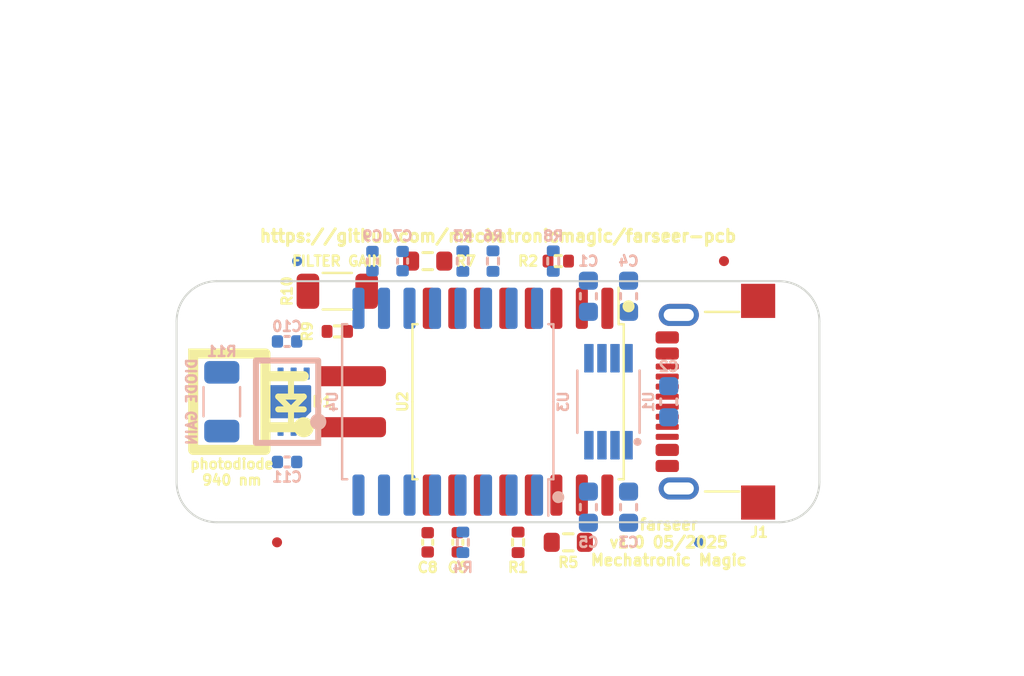
<source format=kicad_pcb>
(kicad_pcb (version 20241229) (generator "pcbnew") (generator_version "9.0")
  (title_block (title "farseer_pcb") (date "2025-05-20") (rev "1.0") (company "Mechatronic Magic"))
  (layers (0 "F.Cu" signal) (4 "In1.Cu" signal "Ground.Cu") (6 "In2.Cu" signal "V5+.Cu") (2 "B.Cu" signal) (13 "F.Paste" user) (15 "B.Paste" user) (5 "F.SilkS" user "F.Silkscreen") (7 "B.SilkS" user "B.Silkscreen") (1 "F.Mask" user) (3 "B.Mask" user) (25 "Edge.Cuts" user))
  (net 0 "")
  (net 1 "/GND")
  (net 4 "/power/C1+")
  (net 7 "/power/C1-")
  (net 8 "/power/C2+")
  (net 9 "/power/C2-")
  (net 13 "Net-(U2-Vin1)")
  (net 15 "Net-(U2-Vin2)")
  (net 16 "/filter/HIGHPASS_AMPLIFIED")
  (net 17 "Net-(U3-Vin1)")
  (net 18 "Net-(U3-Vin2)")
  (net 19 "/filter/HIGHPASS")
  (net 20 "Net-(U2-Fadj1)")
  (net 21 "Net-(U3-HPVo)")
  (net 22 "Net-(U3-Fadj1)")
  (net 23 "Net-(U2-BPVo)")
  (net 24 "Net-(U2-Fadj2)")
  (net 25 "Net-(U3-BPVo)")
  (net 26 "Net-(U3-Fadj2)")
  (net 27 "Net-(U2-AAin-)")
  (net 28 "/V5+")
  (net 29 "/V10+")
  (net 30 "/V10-")
  (net 31 "Net-(D1-K)")
  (net 32 "/PHOTODIODE_SIG")
  (net 33 "/filter/LOWPASS")
  (net 42 "/BANDPASS_BUFFERED")
  (footprint "Janelia:USB_C_Receptacle_GT-USB-7047C_16P_TopMnt_Horizontal" (layer "F.Cu") (at 159 100 90)
    (property "Reference" "J1" (at -6.5 4 180) (layer "F.SilkS") (effects (font (size 0.5 0.5) (thickness 0.125) (bold yes))))
    (property "Value" "Connector_USB_C_Receptacle_USB2.0_16P_GT-USB-7047C" (hide yes))
    (fp_line (start 4.47 3.005) (end 4.47 1.305) (stroke (width 0.12)) (layer "F.SilkS"))
    (fp_line (start -4.47 3.005) (end -4.47 1.305) (stroke (width 0.12)) (layer "F.SilkS"))
    (pad "" smd rect (at -5.02 3.95 90) (size 1.7 1.7) (layers "F.Cu" "F.Mask" "F.Paste"))
    (pad "" np_thru_hole circle (at -2.89 0.52 90) (size 0.65 0.65) (drill 0.65) (layers "F&B.Cu" "*.Mask"))
    (pad "" np_thru_hole circle (at 2.89 0.52 90) (size 0.65 0.65) (drill 0.65) (layers "F&B.Cu" "*.Mask"))
    (pad "" smd rect (at 5.02 3.95 90) (size 1.7 1.7) (layers "F.Cu" "F.Mask" "F.Paste"))
    (pad "A1" smd roundrect (at -3.2 -0.575 90) (size 0.6 1.15) (layers "F.Cu" "F.Mask" "F.Paste") (net 1 "/GND"))
    (pad "A4" smd roundrect (at -2.4 -0.575 90) (size 0.6 1.15) (layers "F.Cu" "F.Mask" "F.Paste") (net 28 "/V5+"))
    (pad "A5" smd roundrect (at -1.25 -0.575 90) (size 0.3 1.15) (layers "F.Cu" "F.Mask" "F.Paste"))
    (pad "A6" smd roundrect (at -0.25 -0.575 90) (size 0.3 1.15) (layers "F.Cu" "F.Mask" "F.Paste"))
    (pad "A7" smd roundrect (at 0.25 -0.575 90) (size 0.3 1.15) (layers "F.Cu" "F.Mask" "F.Paste"))
    (pad "A8" smd roundrect (at 1.25 -0.575 90) (size 0.3 1.15) (layers "F.Cu" "F.Mask" "F.Paste"))
    (pad "A9" smd roundrect (at 2.4 -0.575 90) (size 0.6 1.15) (layers "F.Cu" "F.Mask" "F.Paste") (net 28 "/V5+"))
    (pad "A12" smd roundrect (at 3.2 -0.575 90) (size 0.6 1.15) (layers "F.Cu" "F.Mask" "F.Paste") (net 1 "/GND"))
    (pad "B1" smd roundrect (at 3.2 -0.575 90) (size 0.6 1.15) (layers "F.Cu" "F.Mask" "F.Paste") (net 1 "/GND"))
    (pad "B4" smd roundrect (at 2.4 -0.575 90) (size 0.6 1.15) (layers "F.Cu" "F.Mask" "F.Paste") (net 28 "/V5+"))
    (pad "B5" smd roundrect (at 1.75 -0.575 90) (size 0.3 1.15) (layers "F.Cu" "F.Mask" "F.Paste"))
    (pad "B6" smd roundrect (at 0.75 -0.575 90) (size 0.3 1.15) (layers "F.Cu" "F.Mask" "F.Paste"))
    (pad "B7" smd roundrect (at -0.75 -0.575 90) (size 0.3 1.15) (layers "F.Cu" "F.Mask" "F.Paste"))
    (pad "B8" smd roundrect (at -1.75 -0.575 90) (size 0.3 1.15) (layers "F.Cu" "F.Mask" "F.Paste"))
    (pad "B9" smd roundrect (at -2.4 -0.575 90) (size 0.6 1.15) (layers "F.Cu" "F.Mask" "F.Paste") (net 28 "/V5+"))
    (pad "B12" smd roundrect (at -3.2 -0.575 90) (size 0.6 1.15) (layers "F.Cu" "F.Mask" "F.Paste") (net 1 "/GND"))
    (pad "S1" thru_hole oval (at -4.32 0 90) (size 1.1 2) (drill oval 0.6 1.5) (layers "*.Cu" "*.Mask" "F.Paste"))
    (pad "S2" thru_hole oval (at 4.32 0 90) (size 1.1 2) (drill oval 0.6 1.5) (layers "*.Cu" "*.Mask" "F.Paste"))
  )
  (footprint "Janelia:R_0402_1005Metric" (layer "F.Cu") (at 142 96.5)
    (property "Reference" "R9" (at -1.5 0 90) (layer "F.SilkS") (effects (font (size 0.5 0.5) (thickness 0.125) (bold yes))))
    (property "Value" "249")
    (fp_line (start -0.153641 -0.275) (end 0.153641 -0.275) (stroke (width 0.15)) (layer "F.SilkS"))
    (fp_line (start -0.153641 0.275) (end 0.153641 0.275) (stroke (width 0.15)) (layer "F.SilkS"))
    (pad "1" smd roundrect (at -0.51 0) (size 0.54 0.64) (layers "F.Cu" "F.Mask" "F.Paste") (net 27 "Net-(U2-AAin-)"))
    (pad "2" smd roundrect (at 0.51 0) (size 0.54 0.64) (layers "F.Cu" "F.Mask" "F.Paste") (net 1 "/GND"))
  )
  (footprint "Janelia:FIDUCIAL_0.5mm_Mask1mm" (layer "F.Cu") (at 139 107)
    (property "Reference" "FID1")
    (property "Value" "FIDUCIAL_0.5mm_MASK1mm" (hide yes))
    (pad "" smd circle (at 0 0) (size 0.5 0.5) (layers "F.Cu" "F.Mask") (clearance 0.25))
  )
  (footprint "Janelia:SOIC-16W_7.5x10.3mm_P1.27mm" (layer "F.Cu") (at 151 100 -90)
    (property "Reference" "U2" (at 0 5.75 90) (layer "F.SilkS") (effects (font (size 0.5 0.5) (thickness 0.125) (bold yes))))
    (property "Value" "UAF42_SMA")
    (fp_line (start -3.86 5.26) (end -3.86 5.005) (stroke (width 0.12)) (layer "F.SilkS"))
    (fp_line (start 0 5.26) (end -3.86 5.26) (stroke (width 0.12)) (layer "F.SilkS"))
    (fp_line (start 0 5.26) (end 3.86 5.26) (stroke (width 0.12)) (layer "F.SilkS"))
    (fp_line (start 3.86 5.26) (end 3.86 5.005) (stroke (width 0.12)) (layer "F.SilkS"))
    (fp_line (start -3.86 -5.005) (end -5.675 -5.005) (stroke (width 0.12)) (layer "F.SilkS"))
    (fp_line (start -3.86 -5.26) (end -3.86 -5.005) (stroke (width 0.12)) (layer "F.SilkS"))
    (fp_line (start 0 -5.26) (end -3.86 -5.26) (stroke (width 0.12)) (layer "F.SilkS"))
    (fp_line (start 0 -5.26) (end 3.86 -5.26) (stroke (width 0.12)) (layer "F.SilkS"))
    (fp_line (start 3.86 -5.26) (end 3.86 -5.005) (stroke (width 0.12)) (layer "F.SilkS"))
    (fp_circle (center -4.75 -5.5) (end -4.5 -5.5) (stroke (width 0.1)) (fill yes) (layer "F.SilkS"))
    (pad "1" smd roundrect (at -4.65 -4.445 270) (size 2.05 0.6) (layers "F.Cu" "F.Mask" "F.Paste"))
    (pad "2" smd roundrect (at -4.65 -3.175 270) (size 2.05 0.6) (layers "F.Cu" "F.Mask" "F.Paste") (net 1 "/GND"))
    (pad "3" smd roundrect (at -4.65 -1.905 270) (size 2.05 0.6) (layers "F.Cu" "F.Mask" "F.Paste"))
    (pad "4" smd roundrect (at -4.65 -0.635 270) (size 2.05 0.6) (layers "F.Cu" "F.Mask" "F.Paste") (net 15 "Net-(U2-Vin2)"))
    (pad "5" smd roundrect (at -4.65 0.635 270) (size 2.05 0.6) (layers "F.Cu" "F.Mask" "F.Paste") (net 19 "/filter/HIGHPASS"))
    (pad "6" smd roundrect (at -4.65 1.905 270) (size 2.05 0.6) (layers "F.Cu" "F.Mask" "F.Paste") (net 27 "Net-(U2-AAin-)"))
    (pad "7" smd roundrect (at -4.65 3.175 270) (size 2.05 0.6) (layers "F.Cu" "F.Mask" "F.Paste") (net 16 "/filter/HIGHPASS_AMPLIFIED"))
    (pad "8" smd roundrect (at -4.65 4.445 270) (size 2.05 0.6) (layers "F.Cu" "F.Mask" "F.Paste") (net 23 "Net-(U2-BPVo)"))
    (pad "9" smd roundrect (at 4.65 4.445 270) (size 2.05 0.6) (layers "F.Cu" "F.Mask" "F.Paste") (net 20 "Net-(U2-Fadj1)"))
    (pad "10" smd roundrect (at 4.65 3.175 270) (size 2.05 0.6) (layers "F.Cu" "F.Mask" "F.Paste") (net 30 "/V10-"))
    (pad "11" smd roundrect (at 4.65 1.905 270) (size 2.05 0.6) (layers "F.Cu" "F.Mask" "F.Paste") (net 29 "/V10+"))
    (pad "12" smd roundrect (at 4.65 0.635 270) (size 2.05 0.6) (layers "F.Cu" "F.Mask" "F.Paste") (net 1 "/GND"))
    (pad "13" smd roundrect (at 4.65 -0.635 270) (size 2.05 0.6) (layers "F.Cu" "F.Mask" "F.Paste") (net 13 "Net-(U2-Vin1)"))
    (pad "14" smd roundrect (at 4.65 -1.905 270) (size 2.05 0.6) (layers "F.Cu" "F.Mask" "F.Paste") (net 19 "/filter/HIGHPASS"))
    (pad "15" smd roundrect (at 4.65 -3.175 270) (size 2.05 0.6) (layers "F.Cu" "F.Mask" "F.Paste") (net 1 "/GND"))
    (pad "16" smd roundrect (at 4.65 -4.445 270) (size 2.05 0.6) (layers "F.Cu" "F.Mask" "F.Paste") (net 24 "Net-(U2-Fadj2)"))
  )
  (footprint "Janelia:R_1206_3216Metric" (layer "F.Cu") (at 142 94.5)
    (property "Reference" "R10" (at -2.5 0 90) (layer "F.SilkS") (effects (font (size 0.5 0.5) (thickness 0.125) (bold yes))))
    (property "Value" "150k")
    (fp_line (start -0.727064 -0.91) (end 0.727064 -0.91) (stroke (width 0.12)) (layer "F.SilkS"))
    (fp_line (start -0.727064 0.91) (end 0.727064 0.91) (stroke (width 0.12)) (layer "F.SilkS"))
    (pad "1" smd roundrect (at -1.4625 0) (size 1.125 1.75) (layers "F.Cu" "F.Mask" "F.Paste") (roundrect_rratio 0.2222222222) (net 27 "Net-(U2-AAin-)"))
    (pad "2" smd roundrect (at 1.4625 0) (size 1.125 1.75) (layers "F.Cu" "F.Mask" "F.Paste") (roundrect_rratio 0.2222222222) (net 16 "/filter/HIGHPASS_AMPLIFIED"))
  )
  (footprint "Janelia:R_0402_1005Metric" (layer "F.Cu") (at 151 107 90)
    (property "Reference" "R1" (at -1.25 0 180) (layer "F.SilkS") (effects (font (size 0.5 0.5) (thickness 0.125) (bold yes))))
    (property "Value" "49.9k")
    (fp_line (start -0.153641 -0.275) (end 0.153641 -0.275) (stroke (width 0.15)) (layer "F.SilkS"))
    (fp_line (start -0.153641 0.275) (end 0.153641 0.275) (stroke (width 0.15)) (layer "F.SilkS"))
    (pad "1" smd roundrect (at -0.51 0 90) (size 0.54 0.64) (layers "F.Cu" "F.Mask" "F.Paste") (net 32 "/PHOTODIODE_SIG"))
    (pad "2" smd roundrect (at 0.51 0 90) (size 0.54 0.64) (layers "F.Cu" "F.Mask" "F.Paste") (net 13 "Net-(U2-Vin1)"))
  )
  (footprint "Janelia:R_0603_1608Metric" (layer "F.Cu") (at 153.5 107 180)
    (property "Reference" "R5" (at 0 -1 0) (layer "F.SilkS") (effects (font (size 0.5 0.5) (thickness 0.125) (bold yes))))
    (property "Value" "3.65M")
    (fp_line (start -0.237258 0.425) (end 0.237258 0.425) (stroke (width 0.15)) (layer "F.SilkS"))
    (fp_line (start -0.237258 -0.425) (end 0.237258 -0.425) (stroke (width 0.15)) (layer "F.SilkS"))
    (pad "1" smd roundrect (at -0.825 0 180) (size 0.8 0.95) (layers "F.Cu" "F.Mask" "F.Paste") (net 19 "/filter/HIGHPASS"))
    (pad "2" smd roundrect (at 0.825 0 180) (size 0.8 0.95) (layers "F.Cu" "F.Mask" "F.Paste") (net 20 "Net-(U2-Fadj1)"))
  )
  (footprint "Janelia:R_0603_1608Metric" (layer "F.Cu") (at 146.5 93)
    (property "Reference" "R7" (at 1.9 0 0) (layer "F.SilkS") (effects (font (size 0.5 0.5) (thickness 0.125) (bold yes))))
    (property "Value" "3.65M")
    (fp_line (start -0.237258 -0.425) (end 0.237258 -0.425) (stroke (width 0.15)) (layer "F.SilkS"))
    (fp_line (start -0.237258 0.425) (end 0.237258 0.425) (stroke (width 0.15)) (layer "F.SilkS"))
    (pad "1" smd roundrect (at -0.825 0) (size 0.8 0.95) (layers "F.Cu" "F.Mask" "F.Paste") (net 23 "Net-(U2-BPVo)"))
    (pad "2" smd roundrect (at 0.825 0) (size 0.8 0.95) (layers "F.Cu" "F.Mask" "F.Paste") (net 24 "Net-(U2-Fadj2)"))
  )
  (footprint "Janelia:C_0402_1005Metric" (layer "F.Cu") (at 146.5 107 90)
    (property "Reference" "C8" (at -1.25 0 180) (layer "F.SilkS") (effects (font (size 0.5 0.5) (thickness 0.125) (bold yes))))
    (property "Value" "0.1uF")
    (fp_line (start -0.107836 -0.25) (end 0.107836 -0.25) (stroke (width 0.15)) (layer "F.SilkS"))
    (fp_line (start -0.107836 0.25) (end 0.107836 0.25) (stroke (width 0.15)) (layer "F.SilkS"))
    (pad "1" smd roundrect (at -0.48 0 90) (size 0.56 0.62) (layers "F.Cu" "F.Mask" "F.Paste") (net 1 "/GND"))
    (pad "2" smd roundrect (at 0.48 0 90) (size 0.56 0.62) (layers "F.Cu" "F.Mask" "F.Paste") (net 30 "/V10-"))
  )
  (footprint "Janelia:PHOTODIODE_RADIAL_RA_SMD_BRIGHT" (layer "F.Cu") (at 138.425 100 -90)
    (property "Reference" "D1" (at 0 -2.825 0) (layer "F.SilkS") (effects (font (size 0.5 0.5) (thickness 0.125) (bold yes))))
    (property "Value" "PHOTODIODE")
    (fp_line (start -1.27 0) (end -1.27 -1.905) (stroke (width 0.5)) (layer "F.SilkS"))
    (fp_line (start 1.27 0) (end 1.27 -1.905) (stroke (width 0.5)) (layer "F.SilkS"))
    (fp_line (start -0.254 -0.635) (end 0.381 -1.27) (stroke (width 0.3)) (layer "F.SilkS"))
    (fp_line (start -0.254 -1.27) (end -1.27 -1.27) (stroke (width 0.3)) (layer "F.SilkS"))
    (fp_line (start 0.381 -1.27) (end 1.27 -1.27) (stroke (width 0.3)) (layer "F.SilkS"))
    (fp_line (start 0.381 -1.27) (end -0.254 -1.905) (stroke (width 0.3)) (layer "F.SilkS"))
    (fp_line (start -0.254 -1.905) (end -0.254 -0.635) (stroke (width 0.3)) (layer "F.SilkS"))
    (fp_line (start 0.381 -1.905) (end 0.381 -0.635) (stroke (width 0.3)) (layer "F.SilkS"))
    (fp_rect (start -2.4 3.6) (end 2.4 0) (stroke (width 0.5)) (fill no) (layer "F.SilkS"))
    (fp_circle (center 1.27 -1.905) (end 1.27 -2.255) (stroke (width 0.3)) (fill no) (layer "F.SilkS"))
    (pad "1" smd roundrect (at 1.27 -4.25) (size 3.5 1) (layers "F.Cu" "F.Mask" "F.Paste") (net 31 "Net-(D1-K)"))
    (pad "2" smd roundrect (at -1.27 -4.25) (size 3.5 1) (layers "F.Cu" "F.Mask" "F.Paste") (net 1 "/GND"))
  )
  (footprint "Janelia:C_0402_1005Metric" (layer "F.Cu") (at 148 107 -90)
    (property "Reference" "C6" (at 1.25 0 180) (layer "F.SilkS") (effects (font (size 0.5 0.5) (thickness 0.125) (bold yes))))
    (property "Value" "0.1uF")
    (fp_line (start -0.107836 0.25) (end 0.107836 0.25) (stroke (width 0.15)) (layer "F.SilkS"))
    (fp_line (start -0.107836 -0.25) (end 0.107836 -0.25) (stroke (width 0.15)) (layer "F.SilkS"))
    (pad "1" smd roundrect (at -0.48 0 270) (size 0.56 0.62) (layers "F.Cu" "F.Mask" "F.Paste") (net 29 "/V10+"))
    (pad "2" smd roundrect (at 0.48 0 270) (size 0.56 0.62) (layers "F.Cu" "F.Mask" "F.Paste") (net 1 "/GND"))
  )
  (footprint "Janelia:FIDUCIAL_0.5mm_Mask1mm" (layer "F.Cu") (at 161.25 93)
    (property "Reference" "FID3")
    (property "Value" "FIDUCIAL_0.5mm_MASK1mm" (hide yes))
    (pad "" smd circle (at 0 0) (size 0.5 0.5) (layers "F.Cu" "F.Mask") (clearance 0.25))
  )
  (footprint "Janelia:R_0402_1005Metric" (layer "F.Cu") (at 153 93)
    (property "Reference" "R2" (at -1.5 0 0) (layer "F.SilkS") (effects (font (size 0.5 0.5) (thickness 0.125) (bold yes))))
    (property "Value" "68.1k")
    (fp_line (start -0.153641 -0.275) (end 0.153641 -0.275) (stroke (width 0.15)) (layer "F.SilkS"))
    (fp_line (start -0.153641 0.275) (end 0.153641 0.275) (stroke (width 0.15)) (layer "F.SilkS"))
    (pad "1" smd roundrect (at -0.51 0) (size 0.54 0.64) (layers "F.Cu" "F.Mask" "F.Paste") (net 15 "Net-(U2-Vin2)"))
    (pad "2" smd roundrect (at 0.51 0) (size 0.54 0.64) (layers "F.Cu" "F.Mask" "F.Paste") (net 1 "/GND"))
  )
  (footprint "Janelia:C_0402_1005Metric" (layer "B.Cu") (at 145.25 93 90)
    (property "Reference" "C7" (at 1.25 0 180) (layer "B.SilkS") (effects (font (size 0.5 0.5) (thickness 0.125) (bold yes)) (justify mirror)))
    (property "Value" "0.1uF")
    (fp_line (start -0.107836 -0.25) (end 0.107836 -0.25) (stroke (width 0.15)) (layer "B.SilkS"))
    (fp_line (start -0.107836 0.25) (end 0.107836 0.25) (stroke (width 0.15)) (layer "B.SilkS"))
    (pad "1" smd roundrect (at -0.48 0 90) (size 0.56 0.62) (layers "B.Cu" "B.Mask" "B.Paste") (net 29 "/V10+"))
    (pad "2" smd roundrect (at 0.48 0 90) (size 0.56 0.62) (layers "B.Cu" "B.Mask" "B.Paste") (net 1 "/GND"))
  )
  (footprint "Janelia:R_0402_1005Metric" (layer "B.Cu") (at 148.25 93 -90)
    (property "Reference" "R3" (at -1.25 0 180) (layer "B.SilkS") (effects (font (size 0.5 0.5) (thickness 0.125) (bold yes)) (justify mirror)))
    (property "Value" "49.9k")
    (fp_line (start -0.153641 0.275) (end 0.153641 0.275) (stroke (width 0.15)) (layer "B.SilkS"))
    (fp_line (start -0.153641 -0.275) (end 0.153641 -0.275) (stroke (width 0.15)) (layer "B.SilkS"))
    (pad "1" smd roundrect (at -0.51 0 270) (size 0.54 0.64) (layers "B.Cu" "B.Mask" "B.Paste") (net 16 "/filter/HIGHPASS_AMPLIFIED"))
    (pad "2" smd roundrect (at 0.51 0 270) (size 0.54 0.64) (layers "B.Cu" "B.Mask" "B.Paste") (net 17 "Net-(U3-Vin1)"))
  )
  (footprint "Janelia:C_0603_1608Metric" (layer "B.Cu") (at 156.5 94.75 90)
    (property "Reference" "C4" (at 1.75 0 180) (layer "B.SilkS") (effects (font (size 0.5 0.5) (thickness 0.125) (bold yes)) (justify mirror)))
    (property "Value" "4.7uF")
    (fp_line (start -0.14058 -0.4) (end 0.14058 -0.4) (stroke (width 0.15)) (layer "B.SilkS"))
    (fp_line (start -0.14058 0.4) (end 0.14058 0.4) (stroke (width 0.15)) (layer "B.SilkS"))
    (pad "1" smd roundrect (at -0.775 0 90) (size 0.9 0.95) (layers "B.Cu" "B.Mask" "B.Paste") (net 29 "/V10+"))
    (pad "2" smd roundrect (at 0.775 0 90) (size 0.9 0.95) (layers "B.Cu" "B.Mask" "B.Paste") (net 1 "/GND"))
  )
  (footprint "Janelia:C_0603_1608Metric" (layer "B.Cu") (at 154.5 105.25 90)
    (property "Reference" "C5" (at -1.75 0 180) (layer "B.SilkS") (effects (font (size 0.5 0.5) (thickness 0.125) (bold yes)) (justify mirror)))
    (property "Value" "4.7uF")
    (fp_line (start -0.14058 -0.4) (end 0.14058 -0.4) (stroke (width 0.15)) (layer "B.SilkS"))
    (fp_line (start -0.14058 0.4) (end 0.14058 0.4) (stroke (width 0.15)) (layer "B.SilkS"))
    (pad "1" smd roundrect (at -0.775 0 90) (size 0.9 0.95) (layers "B.Cu" "B.Mask" "B.Paste") (net 1 "/GND"))
    (pad "2" smd roundrect (at 0.775 0 90) (size 0.9 0.95) (layers "B.Cu" "B.Mask" "B.Paste") (net 30 "/V10-"))
  )
  (footprint "Janelia:C_0603_1608Metric" (layer "B.Cu") (at 154.5 94.75 90)
    (property "Reference" "C1" (at 1.75 0 180) (layer "B.SilkS") (effects (font (size 0.5 0.5) (thickness 0.125) (bold yes)) (justify mirror)))
    (property "Value" "4.7uF")
    (fp_line (start -0.14058 -0.4) (end 0.14058 -0.4) (stroke (width 0.15)) (layer "B.SilkS"))
    (fp_line (start -0.14058 0.4) (end 0.14058 0.4) (stroke (width 0.15)) (layer "B.SilkS"))
    (pad "1" smd roundrect (at -0.775 0 90) (size 0.9 0.95) (layers "B.Cu" "B.Mask" "B.Paste") (net 28 "/V5+"))
    (pad "2" smd roundrect (at 0.775 0 90) (size 0.9 0.95) (layers "B.Cu" "B.Mask" "B.Paste") (net 1 "/GND"))
  )
  (footprint "Janelia:R_0402_1005Metric" (layer "B.Cu") (at 149.75 93 90)
    (property "Reference" "R6" (at 1.25 0 180) (layer "B.SilkS") (effects (font (size 0.5 0.5) (thickness 0.125) (bold yes)) (justify mirror)))
    (property "Value" "49.9k")
    (fp_line (start -0.153641 -0.275) (end 0.153641 -0.275) (stroke (width 0.15)) (layer "B.SilkS"))
    (fp_line (start -0.153641 0.275) (end 0.153641 0.275) (stroke (width 0.15)) (layer "B.SilkS"))
    (pad "1" smd roundrect (at -0.51 0 90) (size 0.54 0.64) (layers "B.Cu" "B.Mask" "B.Paste") (net 21 "Net-(U3-HPVo)"))
    (pad "2" smd roundrect (at 0.51 0 90) (size 0.54 0.64) (layers "B.Cu" "B.Mask" "B.Paste") (net 22 "Net-(U3-Fadj1)"))
  )
  (footprint "Janelia:VSON-8-1EP_3x3mm_P0.65mm_EP1.65x2.4mm" (layer "B.Cu") (at 139.5 100 90)
    (property "Reference" "U4" (at 0 2.25 90) (layer "B.SilkS") (effects (font (size 0.5 0.5) (thickness 0.125) (bold yes)) (justify mirror)))
    (property "Value" "OPA381")
    (fp_rect (start -2.05 1.55) (end 2.05 -1.55) (stroke (width 0.3)) (fill no) (layer "B.SilkS"))
    (fp_circle (center -1 1.55) (end -1.05 1.8) (stroke (width 0.3)) (fill no) (layer "B.SilkS"))
    (pad "1" smd roundrect (at -1.4 0.975 90) (size 0.6 0.3) (layers "B.Cu" "B.Mask" "B.Paste") (roundrect_rratio 0.1))
    (pad "2" smd roundrect (at -1.4 0.325 90) (size 0.6 0.3) (layers "B.Cu" "B.Mask" "B.Paste") (roundrect_rratio 0.1) (net 31 "Net-(D1-K)"))
    (pad "3" smd roundrect (at -1.4 -0.325 90) (size 0.6 0.3) (layers "B.Cu" "B.Mask" "B.Paste") (roundrect_rratio 0.1) (net 1 "/GND"))
    (pad "4" smd roundrect (at -1.4 -0.975 90) (size 0.6 0.3) (layers "B.Cu" "B.Mask" "B.Paste") (roundrect_rratio 0.1) (net 1 "/GND"))
    (pad "5" smd roundrect (at 1.4 -0.975 90) (size 0.6 0.3) (layers "B.Cu" "B.Mask" "B.Paste") (roundrect_rratio 0.1))
    (pad "6" smd roundrect (at 1.4 -0.325 90) (size 0.6 0.3) (layers "B.Cu" "B.Mask" "B.Paste") (roundrect_rratio 0.1) (net 32 "/PHOTODIODE_SIG"))
    (pad "7" smd roundrect (at 1.4 0.325 90) (size 0.6 0.3) (layers "B.Cu" "B.Mask" "B.Paste") (roundrect_rratio 0.1) (net 28 "/V5+"))
    (pad "8" smd roundrect (at 1.4 0.975 90) (size 0.6 0.3) (layers "B.Cu" "B.Mask" "B.Paste") (roundrect_rratio 0.1))
    (pad "9" smd roundrect (at 0 0 90) (size 1.65 2.4) (layers "B.Cu" "B.Mask") (roundrect_rratio 0.05) (chamfer_ratio 0.2) (chamfer bottom_left) (net 1 "/GND"))
  )
  (footprint "Janelia:R_0402_1005Metric" (layer "B.Cu") (at 148.25 107 -90)
    (property "Reference" "R4" (at 1.25 0 180) (layer "B.SilkS") (effects (font (size 0.5 0.5) (thickness 0.125) (bold yes)) (justify mirror)))
    (property "Value" "68.1k")
    (fp_line (start -0.153641 0.275) (end 0.153641 0.275) (stroke (width 0.15)) (layer "B.SilkS"))
    (fp_line (start -0.153641 -0.275) (end 0.153641 -0.275) (stroke (width 0.15)) (layer "B.SilkS"))
    (pad "1" smd roundrect (at -0.51 0 270) (size 0.54 0.64) (layers "B.Cu" "B.Mask" "B.Paste") (net 18 "Net-(U3-Vin2)"))
    (pad "2" smd roundrect (at 0.51 0 270) (size 0.54 0.64) (layers "B.Cu" "B.Mask" "B.Paste") (net 1 "/GND"))
  )
  (footprint "Janelia:FIDUCIAL_0.5mm_Mask1mm" (layer "B.Cu") (at 160 107 180)
    (property "Reference" "FID2")
    (property "Value" "FIDUCIAL_0.5mm_MASK1mm" (hide yes))
    (pad "" smd circle (at 0 0 180) (size 0.5 0.5) (layers "B.Cu" "B.Mask") (clearance 0.25))
  )
  (footprint "Janelia:R_1206_3216Metric" (layer "B.Cu") (at 136.25 100 90)
    (property "Reference" "R11" (at 2.5 0 0) (layer "B.SilkS") (effects (font (size 0.5 0.5) (thickness 0.125) (bold yes)) (justify mirror)))
    (property "Value" "2M")
    (fp_line (start -0.727064 -0.91) (end 0.727064 -0.91) (stroke (width 0.12)) (layer "B.SilkS"))
    (fp_line (start -0.727064 0.91) (end 0.727064 0.91) (stroke (width 0.12)) (layer "B.SilkS"))
    (pad "1" smd roundrect (at -1.4625 0 90) (size 1.125 1.75) (layers "B.Cu" "B.Mask" "B.Paste") (roundrect_rratio 0.2222222222) (net 31 "Net-(D1-K)"))
    (pad "2" smd roundrect (at 1.4625 0 90) (size 1.125 1.75) (layers "B.Cu" "B.Mask" "B.Paste") (roundrect_rratio 0.2222222222) (net 32 "/PHOTODIODE_SIG"))
  )
  (footprint "Janelia:SOP65P490X110-8N" (layer "B.Cu") (at 155.5 100 90)
    (property "Reference" "U1" (at 0 2 270) (layer "B.SilkS") (effects (font (size 0.5 0.5) (thickness 0.125) (bold yes)) (justify mirror)))
    (property "Value" "MAX865EUA+")
    (fp_line (start -1.55 -1.55) (end 1.55 -1.55) (stroke (width 0.127)) (layer "B.SilkS"))
    (fp_line (start -1.55 1.55) (end 1.55 1.55) (stroke (width 0.127)) (layer "B.SilkS"))
    (fp_circle (center -2 1.445) (end -1.9 1.445) (stroke (width 0.2)) (fill no) (layer "B.SilkS"))
    (pad "1" smd roundrect (at -2.165 0.975 90) (size 1.42 0.47) (layers "B.Cu" "B.Mask" "B.Paste") (roundrect_rratio 0.06) (net 7 "/power/C1-"))
    (pad "2" smd roundrect (at -2.165 0.325 90) (size 1.42 0.47) (layers "B.Cu" "B.Mask" "B.Paste") (roundrect_rratio 0.06) (net 8 "/power/C2+"))
    (pad "3" smd roundrect (at -2.165 -0.325 90) (size 1.42 0.47) (layers "B.Cu" "B.Mask" "B.Paste") (roundrect_rratio 0.06) (net 9 "/power/C2-"))
    (pad "4" smd roundrect (at -2.165 -0.975 90) (size 1.42 0.47) (layers "B.Cu" "B.Mask" "B.Paste") (roundrect_rratio 0.06) (net 30 "/V10-"))
    (pad "5" smd roundrect (at 2.165 -0.975 90) (size 1.42 0.47) (layers "B.Cu" "B.Mask" "B.Paste") (roundrect_rratio 0.06) (net 1 "/GND"))
    (pad "6" smd roundrect (at 2.165 -0.325 90) (size 1.42 0.47) (layers "B.Cu" "B.Mask" "B.Paste") (roundrect_rratio 0.06) (net 28 "/V5+"))
    (pad "7" smd roundrect (at 2.165 0.325 90) (size 1.42 0.47) (layers "B.Cu" "B.Mask" "B.Paste") (roundrect_rratio 0.06) (net 29 "/V10+"))
    (pad "8" smd roundrect (at 2.165 0.975 90) (size 1.42 0.47) (layers "B.Cu" "B.Mask" "B.Paste") (roundrect_rratio 0.06) (net 4 "/power/C1+"))
  )
  (footprint "Janelia:SOIC-16W_7.5x10.3mm_P1.27mm" (layer "B.Cu") (at 147.5 100 90)
    (property "Reference" "U3" (at 0 5.75 90) (layer "B.SilkS") (effects (font (size 0.5 0.5) (thickness 0.125) (bold yes)) (justify mirror)))
    (property "Value" "UAF42_SMA")
    (fp_line (start 3.86 -5.26) (end 3.86 -5.005) (stroke (width 0.12)) (layer "B.SilkS"))
    (fp_line (start 0 -5.26) (end 3.86 -5.26) (stroke (width 0.12)) (layer "B.SilkS"))
    (fp_line (start 0 -5.26) (end -3.86 -5.26) (stroke (width 0.12)) (layer "B.SilkS"))
    (fp_line (start -3.86 -5.26) (end -3.86 -5.005) (stroke (width 0.12)) (layer "B.SilkS"))
    (fp_line (start -3.86 5.005) (end -5.675 5.005) (stroke (width 0.12)) (layer "B.SilkS"))
    (fp_line (start 3.86 5.26) (end 3.86 5.005) (stroke (width 0.12)) (layer "B.SilkS"))
    (fp_line (start 0 5.26) (end 3.86 5.26) (stroke (width 0.12)) (layer "B.SilkS"))
    (fp_line (start 0 5.26) (end -3.86 5.26) (stroke (width 0.12)) (layer "B.SilkS"))
    (fp_line (start -3.86 5.26) (end -3.86 5.005) (stroke (width 0.12)) (layer "B.SilkS"))
    (fp_circle (center -4.75 5.5) (end -4.5 5.5) (stroke (width 0.1)) (fill yes) (layer "B.SilkS"))
    (pad "1" smd roundrect (at -4.65 4.445 90) (size 2.05 0.6) (layers "B.Cu" "B.Mask" "B.Paste") (net 33 "/filter/LOWPASS"))
    (pad "2" smd roundrect (at -4.65 3.175 90) (size 2.05 0.6) (layers "B.Cu" "B.Mask" "B.Paste") (net 1 "/GND"))
    (pad "3" smd roundrect (at -4.65 1.905 90) (size 2.05 0.6) (layers "B.Cu" "B.Mask" "B.Paste"))
    (pad "4" smd roundrect (at -4.65 0.635 90) (size 2.05 0.6) (layers "B.Cu" "B.Mask" "B.Paste") (net 18 "Net-(U3-Vin2)"))
    (pad "5" smd roundrect (at -4.65 -0.635 90) (size 2.05 0.6) (layers "B.Cu" "B.Mask" "B.Paste") (net 33 "/filter/LOWPASS"))
    (pad "6" smd roundrect (at -4.65 -1.905 90) (size 2.05 0.6) (layers "B.Cu" "B.Mask" "B.Paste") (net 42 "/BANDPASS_BUFFERED"))
    (pad "7" smd roundrect (at -4.65 -3.175 90) (size 2.05 0.6) (layers "B.Cu" "B.Mask" "B.Paste") (net 42 "/BANDPASS_BUFFERED"))
    (pad "8" smd roundrect (at -4.65 -4.445 90) (size 2.05 0.6) (layers "B.Cu" "B.Mask" "B.Paste") (net 25 "Net-(U3-BPVo)"))
    (pad "9" smd roundrect (at 4.65 -4.445 90) (size 2.05 0.6) (layers "B.Cu" "B.Mask" "B.Paste") (net 22 "Net-(U3-Fadj1)"))
    (pad "10" smd roundrect (at 4.65 -3.175 90) (size 2.05 0.6) (layers "B.Cu" "B.Mask" "B.Paste") (net 30 "/V10-"))
    (pad "11" smd roundrect (at 4.65 -1.905 90) (size 2.05 0.6) (layers "B.Cu" "B.Mask" "B.Paste") (net 29 "/V10+"))
    (pad "12" smd roundrect (at 4.65 -0.635 90) (size 2.05 0.6) (layers "B.Cu" "B.Mask" "B.Paste") (net 1 "/GND"))
    (pad "13" smd roundrect (at 4.65 0.635 90) (size 2.05 0.6) (layers "B.Cu" "B.Mask" "B.Paste") (net 17 "Net-(U3-Vin1)"))
    (pad "14" smd roundrect (at 4.65 1.905 90) (size 2.05 0.6) (layers "B.Cu" "B.Mask" "B.Paste") (net 21 "Net-(U3-HPVo)"))
    (pad "15" smd roundrect (at 4.65 3.175 90) (size 2.05 0.6) (layers "B.Cu" "B.Mask" "B.Paste") (net 1 "/GND"))
    (pad "16" smd roundrect (at 4.65 4.445 90) (size 2.05 0.6) (layers "B.Cu" "B.Mask" "B.Paste") (net 26 "Net-(U3-Fadj2)"))
  )
  (footprint "Janelia:C_0402_1005Metric" (layer "B.Cu") (at 139.5 97 180)
    (property "Reference" "C10" (at 0 0.75 180) (layer "B.SilkS") (effects (font (size 0.5 0.5) (thickness 0.125) (bold yes)) (justify mirror)))
    (property "Value" "1uF")
    (fp_line (start -0.107836 0.25) (end 0.107836 0.25) (stroke (width 0.15)) (layer "B.SilkS"))
    (fp_line (start -0.107836 -0.25) (end 0.107836 -0.25) (stroke (width 0.15)) (layer "B.SilkS"))
    (pad "1" smd roundrect (at -0.48 0 180) (size 0.56 0.62) (layers "B.Cu" "B.Mask" "B.Paste") (net 28 "/V5+"))
    (pad "2" smd roundrect (at 0.48 0 180) (size 0.56 0.62) (layers "B.Cu" "B.Mask" "B.Paste") (net 1 "/GND"))
  )
  (footprint "Janelia:C_0402_1005Metric" (layer "B.Cu") (at 143.75 93 -90)
    (property "Reference" "C9" (at -1.25 0 180) (layer "B.SilkS") (effects (font (size 0.5 0.5) (thickness 0.125) (bold yes)) (justify mirror)))
    (property "Value" "0.1uF")
    (fp_line (start -0.107836 0.25) (end 0.107836 0.25) (stroke (width 0.15)) (layer "B.SilkS"))
    (fp_line (start -0.107836 -0.25) (end 0.107836 -0.25) (stroke (width 0.15)) (layer "B.SilkS"))
    (pad "1" smd roundrect (at -0.48 0 270) (size 0.56 0.62) (layers "B.Cu" "B.Mask" "B.Paste") (net 1 "/GND"))
    (pad "2" smd roundrect (at 0.48 0 270) (size 0.56 0.62) (layers "B.Cu" "B.Mask" "B.Paste") (net 30 "/V10-"))
  )
  (footprint "Janelia:R_0402_1005Metric" (layer "B.Cu") (at 152.75 93 -90)
    (property "Reference" "R8" (at -1.25 0 180) (layer "B.SilkS") (effects (font (size 0.5 0.5) (thickness 0.125) (bold yes)) (justify mirror)))
    (property "Value" "49.9k")
    (fp_line (start -0.153641 0.275) (end 0.153641 0.275) (stroke (width 0.15)) (layer "B.SilkS"))
    (fp_line (start -0.153641 -0.275) (end 0.153641 -0.275) (stroke (width 0.15)) (layer "B.SilkS"))
    (pad "1" smd roundrect (at -0.51 0 270) (size 0.54 0.64) (layers "B.Cu" "B.Mask" "B.Paste") (net 25 "Net-(U3-BPVo)"))
    (pad "2" smd roundrect (at 0.51 0 270) (size 0.54 0.64) (layers "B.Cu" "B.Mask" "B.Paste") (net 26 "Net-(U3-Fadj2)"))
  )
  (footprint "Janelia:FIDUCIAL_0.5mm_Mask1mm" (layer "B.Cu") (at 140 93 180)
    (property "Reference" "FID4")
    (property "Value" "FIDUCIAL_0.5mm_MASK1mm" (hide yes))
    (pad "" smd circle (at 0 0 180) (size 0.5 0.5) (layers "B.Cu" "B.Mask") (clearance 0.25))
  )
  (footprint "Janelia:C_0603_1608Metric" (layer "B.Cu") (at 158.5 100 -90)
    (property "Reference" "C2" (at -1.75 0 180) (layer "B.SilkS") (effects (font (size 0.5 0.5) (thickness 0.125) (bold yes)) (justify mirror)))
    (property "Value" "4.7uF")
    (fp_line (start -0.14058 0.4) (end 0.14058 0.4) (stroke (width 0.15)) (layer "B.SilkS"))
    (fp_line (start -0.14058 -0.4) (end 0.14058 -0.4) (stroke (width 0.15)) (layer "B.SilkS"))
    (pad "1" smd roundrect (at -0.775 0 270) (size 0.9 0.95) (layers "B.Cu" "B.Mask" "B.Paste") (net 4 "/power/C1+"))
    (pad "2" smd roundrect (at 0.775 0 270) (size 0.9 0.95) (layers "B.Cu" "B.Mask" "B.Paste") (net 7 "/power/C1-"))
  )
  (footprint "Janelia:C_0603_1608Metric" (layer "B.Cu") (at 156.5 105.25 -90)
    (property "Reference" "C3" (at 1.75 0 180) (layer "B.SilkS") (effects (font (size 0.5 0.5) (thickness 0.125) (bold yes)) (justify mirror)))
    (property "Value" "4.7uF")
    (fp_line (start -0.14058 0.4) (end 0.14058 0.4) (stroke (width 0.15)) (layer "B.SilkS"))
    (fp_line (start -0.14058 -0.4) (end 0.14058 -0.4) (stroke (width 0.15)) (layer "B.SilkS"))
    (pad "1" smd roundrect (at -0.775 0 270) (size 0.9 0.95) (layers "B.Cu" "B.Mask" "B.Paste") (net 8 "/power/C2+"))
    (pad "2" smd roundrect (at 0.775 0 270) (size 0.9 0.95) (layers "B.Cu" "B.Mask" "B.Paste") (net 9 "/power/C2-"))
  )
  (footprint "Janelia:C_0402_1005Metric" (layer "B.Cu") (at 139.5 103 180)
    (property "Reference" "C11" (at 0 -0.75 180) (layer "B.SilkS") (effects (font (size 0.5 0.5) (thickness 0.125) (bold yes)) (justify mirror)))
    (property "Value" "30pF")
    (fp_line (start -0.107836 0.25) (end 0.107836 0.25) (stroke (width 0.15)) (layer "B.SilkS"))
    (fp_line (start -0.107836 -0.25) (end 0.107836 -0.25) (stroke (width 0.15)) (layer "B.SilkS"))
    (pad "1" smd roundrect (at -0.48 0 180) (size 0.56 0.62) (layers "B.Cu" "B.Mask" "B.Paste") (net 31 "Net-(D1-K)"))
    (pad "2" smd roundrect (at 0.48 0 180) (size 0.56 0.62) (layers "B.Cu" "B.Mask" "B.Paste") (net 32 "/PHOTODIODE_SIG"))
  )
  (gr_line (start 134 96) (end 134 104) (stroke (width 0.1)) (layer "Edge.Cuts"))
  (gr_arc (start 166 104) (mid 165.414214 105.414214) (end 164 106) (stroke (width 0.1)) (layer "Edge.Cuts"))
  (gr_arc (start 164 94) (mid 165.414214 94.585786) (end 166 96) (stroke (width 0.1)) (layer "Edge.Cuts"))
  (gr_line (start 136 94) (end 164 94) (stroke (width 0.1)) (layer "Edge.Cuts"))
  (gr_arc (start 134 96) (mid 134.585786 94.585786) (end 136 94) (stroke (width 0.1)) (layer "Edge.Cuts"))
  (gr_line (start 166 104) (end 166 96) (stroke (width 0.1)) (layer "Edge.Cuts"))
  (gr_line (start 136 106) (end 164 106) (stroke (width 0.1)) (layer "Edge.Cuts"))
  (gr_arc (start 136 106) (mid 134.585786 105.414214) (end 134 104) (stroke (width 0.1)) (layer "Edge.Cuts"))
  (gr_text "FILTER GAIN" (at 142 93 0) (layer "F.SilkS") (effects (font (size 0.5 0.5) (thickness 0.125) (bold yes))))
  (gr_text "https://github.com/mechatronicmagic/farseer-pcb" (at 150 91.75 0) (layer "F.SilkS") (effects (font (size 0.6 0.6) (thickness 0.15) (bold yes))))
  (gr_text "farseer\nv1.0 05/2025\nMechatronic Magic" (at 158.5 107 0) (layer "F.SilkS") (effects (font (size 0.55 0.55) (thickness 0.1375) (bold yes))))
  (gr_text "photodiode\n940 nm" (at 136.75 103.5 0) (layer "F.SilkS") (effects (font (size 0.5 0.5) (thickness 0.125) (bold yes))))
  (gr_text "DIODE GAIN" (at 134.75 100 90) (layer "B.SilkS") (effects (font (size 0.5 0.5) (thickness 0.125) (bold yes)) (justify mirror)))
)
</source>
